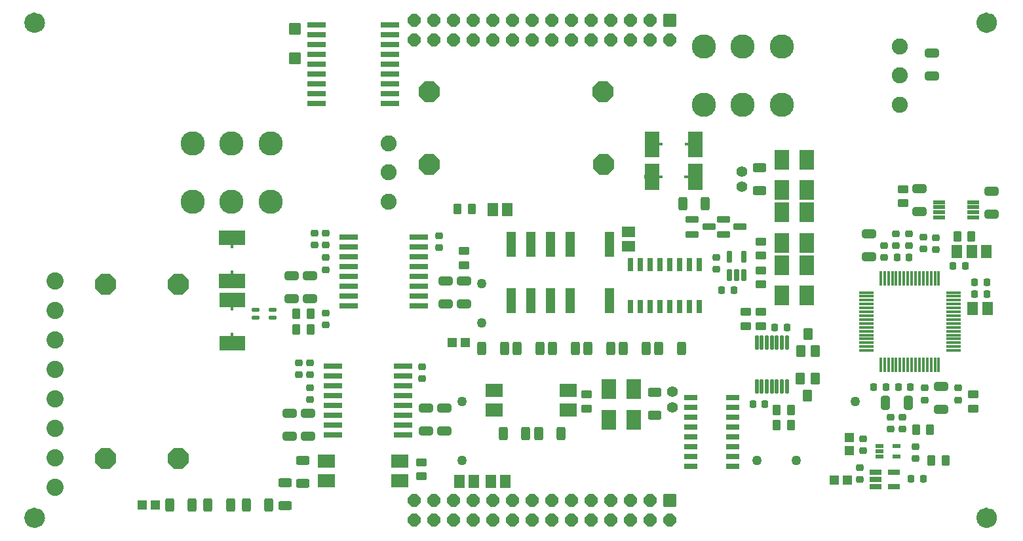
<source format=gbr>
%TF.GenerationSoftware,KiCad,Pcbnew,7.0.10-7.0.10~ubuntu22.04.1*%
%TF.CreationDate,2024-01-07T19:37:00+01:00*%
%TF.ProjectId,EEZ DIB AFE3,45455a20-4449-4422-9041-4645332e6b69,rev?*%
%TF.SameCoordinates,Original*%
%TF.FileFunction,Soldermask,Top*%
%TF.FilePolarity,Negative*%
%FSLAX46Y46*%
G04 Gerber Fmt 4.6, Leading zero omitted, Abs format (unit mm)*
G04 Created by KiCad (PCBNEW 7.0.10-7.0.10~ubuntu22.04.1) date 2024-01-07 19:37:00*
%MOMM*%
%LPD*%
G01*
G04 APERTURE LIST*
G04 Aperture macros list*
%AMRoundRect*
0 Rectangle with rounded corners*
0 $1 Rounding radius*
0 $2 $3 $4 $5 $6 $7 $8 $9 X,Y pos of 4 corners*
0 Add a 4 corners polygon primitive as box body*
4,1,4,$2,$3,$4,$5,$6,$7,$8,$9,$2,$3,0*
0 Add four circle primitives for the rounded corners*
1,1,$1+$1,$2,$3*
1,1,$1+$1,$4,$5*
1,1,$1+$1,$6,$7*
1,1,$1+$1,$8,$9*
0 Add four rect primitives between the rounded corners*
20,1,$1+$1,$2,$3,$4,$5,0*
20,1,$1+$1,$4,$5,$6,$7,0*
20,1,$1+$1,$6,$7,$8,$9,0*
20,1,$1+$1,$8,$9,$2,$3,0*%
%AMFreePoly0*
4,1,25,0.575031,1.328373,0.579933,1.323882,1.323882,0.579933,1.345910,0.532692,1.346200,0.526051,1.346200,-0.526051,1.328373,-0.575031,1.323882,-0.579933,0.579933,-1.323882,0.532692,-1.345910,0.526051,-1.346200,-0.526051,-1.346200,-0.575031,-1.328373,-0.579933,-1.323882,-1.323882,-0.579933,-1.345910,-0.532692,-1.346200,-0.526051,-1.346200,0.526051,-1.328373,0.575031,-1.323882,0.579933,
-0.579933,1.323882,-0.532692,1.345910,-0.526051,1.346200,0.526051,1.346200,0.575031,1.328373,0.575031,1.328373,$1*%
%AMFreePoly1*
4,1,17,0.355561,0.794901,0.794901,0.355561,0.813500,0.310660,0.813500,-0.310660,0.794901,-0.355561,0.355561,-0.794901,0.310660,-0.813500,-0.310660,-0.813500,-0.355561,-0.794901,-0.794901,-0.355561,-0.813500,-0.310660,-0.813500,0.310660,-0.794901,0.355561,-0.355561,0.794901,-0.310660,0.813500,0.310660,0.813500,0.355561,0.794901,0.355561,0.794901,$1*%
G04 Aperture macros list end*
%ADD10C,1.327913*%
%ADD11RoundRect,0.054591X0.859809X-1.240809X0.859809X1.240809X-0.859809X1.240809X-0.859809X-1.240809X0*%
%ADD12RoundRect,0.225000X-0.250000X0.225000X-0.250000X-0.225000X0.250000X-0.225000X0.250000X0.225000X0*%
%ADD13RoundRect,0.057252X0.506248X0.556248X-0.506248X0.556248X-0.506248X-0.556248X0.506248X-0.556248X0*%
%ADD14RoundRect,0.250000X0.650000X-0.325000X0.650000X0.325000X-0.650000X0.325000X-0.650000X-0.325000X0*%
%ADD15RoundRect,0.250000X-0.625000X0.312500X-0.625000X-0.312500X0.625000X-0.312500X0.625000X0.312500X0*%
%ADD16RoundRect,0.250000X0.262500X0.450000X-0.262500X0.450000X-0.262500X-0.450000X0.262500X-0.450000X0*%
%ADD17RoundRect,0.076200X0.444500X0.203200X-0.444500X0.203200X-0.444500X-0.203200X0.444500X-0.203200X0*%
%ADD18RoundRect,0.076200X0.889000X0.698500X-0.889000X0.698500X-0.889000X-0.698500X0.889000X-0.698500X0*%
%ADD19RoundRect,0.081280X0.629920X0.121920X-0.629920X0.121920X-0.629920X-0.121920X0.629920X-0.121920X0*%
%ADD20RoundRect,0.076200X-0.889000X-0.698500X0.889000X-0.698500X0.889000X0.698500X-0.889000X0.698500X0*%
%ADD21RoundRect,0.076200X-0.444500X-0.203200X0.444500X-0.203200X0.444500X0.203200X-0.444500X0.203200X0*%
%ADD22RoundRect,0.081280X-0.629920X-0.121920X0.629920X-0.121920X0.629920X0.121920X-0.629920X0.121920X0*%
%ADD23RoundRect,0.225000X-0.225000X-0.250000X0.225000X-0.250000X0.225000X0.250000X-0.225000X0.250000X0*%
%ADD24RoundRect,0.062345X-1.156855X-0.280555X1.156855X-0.280555X1.156855X0.280555X-1.156855X0.280555X0*%
%ADD25RoundRect,0.250000X0.450000X-0.262500X0.450000X0.262500X-0.450000X0.262500X-0.450000X-0.262500X0*%
%ADD26RoundRect,0.250000X-0.650000X0.325000X-0.650000X-0.325000X0.650000X-0.325000X0.650000X0.325000X0*%
%ADD27RoundRect,0.062345X1.144155X0.280555X-1.144155X0.280555X-1.144155X-0.280555X1.144155X-0.280555X0*%
%ADD28RoundRect,0.250000X0.312500X0.625000X-0.312500X0.625000X-0.312500X-0.625000X0.312500X-0.625000X0*%
%ADD29RoundRect,0.069275X-0.422425X-0.168825X0.422425X-0.168825X0.422425X0.168825X-0.422425X0.168825X0*%
%ADD30RoundRect,0.055408X-0.708092X0.708092X-0.708092X-0.708092X0.708092X-0.708092X0.708092X0.708092X0*%
%ADD31RoundRect,0.062345X-0.737755X-0.280555X0.737755X-0.280555X0.737755X0.280555X-0.737755X0.280555X0*%
%ADD32RoundRect,0.076200X0.203200X-0.444500X0.203200X0.444500X-0.203200X0.444500X-0.203200X-0.444500X0*%
%ADD33RoundRect,0.076200X0.698500X-0.889000X0.698500X0.889000X-0.698500X0.889000X-0.698500X-0.889000X0*%
%ADD34RoundRect,0.081280X0.121920X-0.629920X0.121920X0.629920X-0.121920X0.629920X-0.121920X-0.629920X0*%
%ADD35RoundRect,0.076200X-0.698500X0.889000X-0.698500X-0.889000X0.698500X-0.889000X0.698500X0.889000X0*%
%ADD36RoundRect,0.076200X-0.203200X0.444500X-0.203200X-0.444500X0.203200X-0.444500X0.203200X0.444500X0*%
%ADD37RoundRect,0.081280X-0.121920X0.629920X-0.121920X-0.629920X0.121920X-0.629920X0.121920X0.629920X0*%
%ADD38RoundRect,0.225000X0.225000X0.250000X-0.225000X0.250000X-0.225000X-0.250000X0.225000X-0.250000X0*%
%ADD39RoundRect,0.508000X0.000000X0.000000X0.000000X0.000000X0.000000X0.000000X0.000000X0.000000X0*%
%ADD40RoundRect,0.054832X1.008668X-0.808668X1.008668X0.808668X-1.008668X0.808668X-1.008668X-0.808668X0*%
%ADD41RoundRect,0.054832X-1.008668X0.808668X-1.008668X-0.808668X1.008668X-0.808668X1.008668X0.808668X0*%
%ADD42C,1.397000*%
%ADD43RoundRect,0.061383X-0.776817X-0.306917X0.776817X-0.306917X0.776817X0.306917X-0.776817X0.306917X0*%
%ADD44RoundRect,0.054591X-0.859809X1.240809X-0.859809X-1.240809X0.859809X-1.240809X0.859809X1.240809X0*%
%ADD45RoundRect,0.250000X-0.450000X0.262500X-0.450000X-0.262500X0.450000X-0.262500X0.450000X0.262500X0*%
%ADD46RoundRect,0.225000X0.250000X-0.225000X0.250000X0.225000X-0.250000X0.225000X-0.250000X-0.225000X0*%
%ADD47C,1.270000*%
%ADD48RoundRect,0.250000X0.625000X-0.312500X0.625000X0.312500X-0.625000X0.312500X-0.625000X-0.312500X0*%
%ADD49C,3.127000*%
%ADD50C,2.077000*%
%ADD51RoundRect,0.055763X0.657737X0.757737X-0.657737X0.757737X-0.657737X-0.757737X0.657737X-0.757737X0*%
%ADD52RoundRect,0.250000X-0.325000X-0.650000X0.325000X-0.650000X0.325000X0.650000X-0.325000X0.650000X0*%
%ADD53RoundRect,0.057252X-0.506248X1.586248X-0.506248X-1.586248X0.506248X-1.586248X0.506248X1.586248X0*%
%ADD54FreePoly0,270.000000*%
%ADD55RoundRect,0.250000X-0.262500X-0.450000X0.262500X-0.450000X0.262500X0.450000X-0.262500X0.450000X0*%
%ADD56C,2.227000*%
%ADD57RoundRect,0.057252X0.506248X0.706248X-0.506248X0.706248X-0.506248X-0.706248X0.506248X-0.706248X0*%
%ADD58RoundRect,0.065741X0.677209X0.213659X-0.677209X0.213659X-0.677209X-0.213659X0.677209X-0.213659X0*%
%ADD59RoundRect,0.071581X-0.753919X-0.322119X0.753919X-0.322119X0.753919X0.322119X-0.753919X0.322119X0*%
%ADD60RoundRect,0.062345X0.280555X-0.661555X0.280555X0.661555X-0.280555X0.661555X-0.280555X-0.661555X0*%
%ADD61RoundRect,0.057252X-0.556248X0.506248X-0.556248X-0.506248X0.556248X-0.506248X0.556248X0.506248X0*%
%ADD62FreePoly0,0.000000*%
%ADD63RoundRect,0.250000X-0.312500X-0.625000X0.312500X-0.625000X0.312500X0.625000X-0.312500X0.625000X0*%
%ADD64RoundRect,0.068943X0.172357X-0.832757X0.172357X0.832757X-0.172357X0.832757X-0.172357X-0.832757X0*%
%ADD65RoundRect,0.073891X-0.821459X0.129309X-0.821459X-0.129309X0.821459X-0.129309X0.821459X0.129309X0*%
%ADD66RoundRect,0.073891X0.129309X0.821459X-0.129309X0.821459X-0.129309X-0.821459X0.129309X-0.821459X0*%
%ADD67RoundRect,0.055763X0.757737X-0.657737X0.757737X0.657737X-0.757737X0.657737X-0.757737X-0.657737X0*%
%ADD68RoundRect,0.061383X0.306917X-0.776817X0.306917X0.776817X-0.306917X0.776817X-0.306917X-0.776817X0*%
%ADD69RoundRect,0.057252X-0.506248X-0.706248X0.506248X-0.706248X0.506248X0.706248X-0.506248X0.706248X0*%
%ADD70RoundRect,0.066929X0.421571X-0.196571X0.421571X0.196571X-0.421571X0.196571X-0.421571X-0.196571X0*%
%ADD71FreePoly0,180.000000*%
%ADD72RoundRect,0.055763X-0.657737X-0.757737X0.657737X-0.757737X0.657737X0.757737X-0.657737X0.757737X0*%
%ADD73RoundRect,0.063500X0.750000X0.750000X-0.750000X0.750000X-0.750000X-0.750000X0.750000X-0.750000X0*%
%ADD74FreePoly1,180.000000*%
G04 APERTURE END LIST*
%TO.C,FM3*%
D10*
X210663956Y-137000000D02*
G75*
G03*
X209336044Y-137000000I-663956J0D01*
G01*
X209336044Y-137000000D02*
G75*
G03*
X210663956Y-137000000I663956J0D01*
G01*
%TO.C,FM1*%
X87663956Y-137000000D02*
G75*
G03*
X86336044Y-137000000I-663956J0D01*
G01*
X86336044Y-137000000D02*
G75*
G03*
X87663956Y-137000000I663956J0D01*
G01*
%TO.C,FM2*%
X210663956Y-73000000D02*
G75*
G03*
X209336044Y-73000000I-663956J0D01*
G01*
X209336044Y-73000000D02*
G75*
G03*
X210663956Y-73000000I663956J0D01*
G01*
%TO.C,FM4*%
X87663956Y-73000000D02*
G75*
G03*
X86336044Y-73000000I-663956J0D01*
G01*
X86336044Y-73000000D02*
G75*
G03*
X87663956Y-73000000I663956J0D01*
G01*
%TD*%
D11*
%TO.C,D4*%
X183543700Y-90679400D03*
X183543700Y-94641800D03*
%TD*%
%TO.C,D8*%
X186782200Y-104319200D03*
X186782200Y-108281600D03*
%TD*%
D12*
%TO.C,C2*%
X121094500Y-116942700D03*
X121094500Y-118492700D03*
%TD*%
D13*
%TO.C,L5*%
X192013700Y-132106800D03*
X190313700Y-132106800D03*
%TD*%
D14*
%TO.C,C22*%
X202936600Y-79898900D03*
X202936600Y-76948900D03*
%TD*%
D15*
%TO.C,R27*%
X180622700Y-91756900D03*
X180622700Y-94681900D03*
%TD*%
D16*
%TO.C,R6*%
X122645300Y-112612300D03*
X120820300Y-112612300D03*
%TD*%
D17*
%TO.C,R29*%
X172780450Y-92914600D03*
D18*
X172335600Y-93814600D03*
X172335600Y-92014600D03*
D19*
X171635600Y-92914600D03*
D20*
X166735600Y-93814600D03*
X166735600Y-92014600D03*
D21*
X166290750Y-92914600D03*
D22*
X167435600Y-92914600D03*
%TD*%
D21*
%TO.C,R30*%
X166303450Y-88723600D03*
D20*
X166748300Y-87823600D03*
X166748300Y-89623600D03*
D22*
X167448300Y-88723600D03*
D18*
X172348300Y-87823600D03*
X172348300Y-89623600D03*
D17*
X172793150Y-88723600D03*
D19*
X171648300Y-88723600D03*
%TD*%
D23*
%TO.C,C21*%
X175771000Y-107595800D03*
X177321000Y-107595800D03*
%TD*%
D13*
%TO.C,L3*%
X142674200Y-114339500D03*
X140974200Y-114339500D03*
%TD*%
D24*
%TO.C,IC1*%
X125542800Y-117374800D03*
X125542800Y-118644800D03*
X125542800Y-119914800D03*
X125542800Y-121184800D03*
X125542800Y-122454800D03*
X125542800Y-123724800D03*
X125542800Y-124994800D03*
X125542800Y-126264800D03*
X134585200Y-126264800D03*
X134585200Y-124994800D03*
X134585200Y-123724800D03*
X134585200Y-122454800D03*
X134585200Y-121184800D03*
X134585200Y-119914800D03*
X134585200Y-118644800D03*
X134585200Y-117374800D03*
%TD*%
D16*
%TO.C,R5*%
X122645300Y-110643800D03*
X120820300Y-110643800D03*
%TD*%
D25*
%TO.C,R25*%
X180825900Y-112191300D03*
X180825900Y-110366300D03*
%TD*%
D26*
%TO.C,C14*%
X137544300Y-122808600D03*
X137544300Y-125758600D03*
%TD*%
D27*
%TO.C,IC3*%
X132870700Y-83478500D03*
X132870700Y-82208500D03*
X132870700Y-80938500D03*
X132870700Y-79668500D03*
X132870700Y-78398500D03*
X132870700Y-77128500D03*
X132870700Y-75858500D03*
X132870700Y-74588500D03*
X132870700Y-73318500D03*
X123396500Y-73318500D03*
X123396500Y-74588500D03*
X123396500Y-75858500D03*
X123396500Y-77128500D03*
X123396500Y-78398500D03*
X123396500Y-79668500D03*
X123396500Y-80938500D03*
X123396500Y-82208500D03*
X123396500Y-83478500D03*
%TD*%
D12*
%TO.C,C32*%
X201793600Y-100724800D03*
X201793600Y-102274800D03*
%TD*%
D28*
%TO.C,R21*%
X155021500Y-126087000D03*
X152096500Y-126087000D03*
%TD*%
D29*
%TO.C,L1*%
X115571300Y-110117000D03*
X117727700Y-110117000D03*
X117727700Y-111117000D03*
X115571300Y-111117000D03*
%TD*%
D12*
%TO.C,C7*%
X122596400Y-120143100D03*
X122596400Y-121693100D03*
%TD*%
D30*
%TO.C,ZD1*%
X120602500Y-77593400D03*
X120602500Y-73793400D03*
%TD*%
D16*
%TO.C,R34*%
X204661900Y-129541400D03*
X202836900Y-129541400D03*
%TD*%
D31*
%TO.C,IC11*%
X195621400Y-131067900D03*
X195621400Y-132017900D03*
X195621400Y-132967900D03*
X198009000Y-132967900D03*
X198009000Y-131067900D03*
%TD*%
D14*
%TO.C,C42*%
X210645500Y-97717000D03*
X210645500Y-94767000D03*
%TD*%
D32*
%TO.C,R1*%
X112499900Y-106840150D03*
D33*
X111599900Y-106395300D03*
X113399900Y-106395300D03*
D34*
X112499900Y-105695300D03*
D35*
X111599900Y-100795300D03*
X113399900Y-100795300D03*
D36*
X112499900Y-100350450D03*
D37*
X112499900Y-101495300D03*
%TD*%
D38*
%TO.C,C40*%
X210007500Y-108091100D03*
X208457500Y-108091100D03*
%TD*%
D24*
%TO.C,IC2*%
X127574800Y-100699700D03*
X127574800Y-101969700D03*
X127574800Y-103239700D03*
X127574800Y-104509700D03*
X127574800Y-105779700D03*
X127574800Y-107049700D03*
X127574800Y-108319700D03*
X127574800Y-109589700D03*
X136617200Y-109589700D03*
X136617200Y-108319700D03*
X136617200Y-107049700D03*
X136617200Y-105779700D03*
X136617200Y-104509700D03*
X136617200Y-103239700D03*
X136617200Y-101969700D03*
X136617200Y-100699700D03*
%TD*%
D23*
%TO.C,C18*%
X179796900Y-122327800D03*
X181346900Y-122327800D03*
%TD*%
D28*
%TO.C,R9*%
X117251700Y-135358000D03*
X114326700Y-135358000D03*
%TD*%
D39*
%TO.C,FM3*%
X210000000Y-137000000D03*
%TD*%
D16*
%TO.C,R23*%
X184681500Y-125031500D03*
X182856500Y-125031500D03*
%TD*%
D28*
%TO.C,R17*%
X161419000Y-115101500D03*
X158494000Y-115101500D03*
%TD*%
D40*
%TO.C,OK1*%
X134186300Y-132221100D03*
X134186300Y-129681100D03*
D41*
X124646300Y-129681100D03*
X124646300Y-132221100D03*
%TD*%
D23*
%TO.C,C36*%
X198605600Y-120105300D03*
X200155600Y-120105300D03*
%TD*%
D42*
%TO.C,JP6*%
X178362100Y-92206700D03*
X178362100Y-94206700D03*
%TD*%
D43*
%TO.C,IC4*%
X171770800Y-121451500D03*
X171770800Y-122721500D03*
X171770800Y-123991500D03*
X171770800Y-125261500D03*
X171770800Y-126531500D03*
X171770800Y-127801500D03*
X171770800Y-129071500D03*
X171770800Y-130341500D03*
X177155600Y-130341500D03*
X177155600Y-129071500D03*
X177155600Y-127801500D03*
X177155600Y-126531500D03*
X177155600Y-125261500D03*
X177155600Y-123991500D03*
X177155600Y-122721500D03*
X177155600Y-121451500D03*
%TD*%
D44*
%TO.C,D5*%
X186782200Y-94641800D03*
X186782200Y-90679400D03*
%TD*%
D45*
%TO.C,R24*%
X178857400Y-110366300D03*
X178857400Y-112191300D03*
%TD*%
D46*
%TO.C,C31*%
X201971400Y-121769300D03*
X201971400Y-120219300D03*
%TD*%
D12*
%TO.C,C3*%
X123126500Y-100166000D03*
X123126500Y-101716000D03*
%TD*%
D47*
%TO.C,TP2*%
X180340000Y-129540000D03*
%TD*%
D28*
%TO.C,R20*%
X170563000Y-115101500D03*
X167638000Y-115101500D03*
%TD*%
D47*
%TO.C,TP1*%
X193040000Y-121920000D03*
%TD*%
D44*
%TO.C,D9*%
X183543700Y-101449000D03*
X183543700Y-97486600D03*
%TD*%
D26*
%TO.C,C15*%
X140084300Y-106387500D03*
X140084300Y-109337500D03*
%TD*%
D12*
%TO.C,C6*%
X122596400Y-116942700D03*
X122596400Y-118492700D03*
%TD*%
D48*
%TO.C,R13*%
X167109900Y-123714100D03*
X167109900Y-120789100D03*
%TD*%
D49*
%TO.C,ISEL10A_1*%
X112422300Y-96135800D03*
X117462300Y-96135800D03*
X107382300Y-96135800D03*
X112422300Y-88575800D03*
X117462300Y-88575800D03*
X107382300Y-88575800D03*
D50*
X132752300Y-88575800D03*
X132752300Y-96135800D03*
X132752300Y-92355800D03*
%TD*%
D51*
%TO.C,JP2*%
X143761500Y-132270500D03*
X141861500Y-132270500D03*
%TD*%
D52*
%TO.C,C37*%
X196889600Y-122137300D03*
X199839600Y-122137300D03*
%TD*%
D14*
%TO.C,C38*%
X201349100Y-97412200D03*
X201349100Y-94462200D03*
%TD*%
D46*
%TO.C,C33*%
X206289400Y-121769300D03*
X206289400Y-120219300D03*
%TD*%
D53*
%TO.C,ISEL1A_1*%
X161242500Y-101677100D03*
X156162500Y-101677100D03*
X153622500Y-101677100D03*
X151082500Y-101677100D03*
X148542500Y-101677100D03*
X148542500Y-108917100D03*
X151082500Y-108917100D03*
X153622500Y-108917100D03*
X156162500Y-108917100D03*
X161242500Y-108917100D03*
%TD*%
D49*
%TO.C,ISEL10A_2*%
X178475000Y-83600900D03*
X183515000Y-83600900D03*
X173435000Y-83600900D03*
X178475000Y-76040900D03*
X183515000Y-76040900D03*
X173435000Y-76040900D03*
D50*
X198805000Y-76040900D03*
X198805000Y-83600900D03*
X198805000Y-79820900D03*
%TD*%
D46*
%TO.C,C44*%
X200790300Y-129325800D03*
X200790300Y-127775800D03*
%TD*%
D45*
%TO.C,R31*%
X180787800Y-105005500D03*
X180787800Y-106830500D03*
%TD*%
D26*
%TO.C,C11*%
X120183400Y-105714400D03*
X120183400Y-108664400D03*
%TD*%
D16*
%TO.C,R11*%
X143460600Y-97092900D03*
X141635600Y-97092900D03*
%TD*%
D42*
%TO.C,JP5*%
X169357800Y-122705500D03*
X169357800Y-120705500D03*
%TD*%
D44*
%TO.C,D6*%
X183543700Y-108281600D03*
X183543700Y-104319200D03*
%TD*%
D39*
%TO.C,FM1*%
X87000000Y-137000000D03*
%TD*%
D54*
%TO.C,F3*%
X160465600Y-91313000D03*
X137965600Y-91313000D03*
%TD*%
D11*
%TO.C,D7*%
X186782200Y-97486600D03*
X186782200Y-101449000D03*
%TD*%
D28*
%TO.C,R16*%
X156847000Y-115101500D03*
X153922000Y-115101500D03*
%TD*%
D38*
%TO.C,C46*%
X201781200Y-131967100D03*
X200231200Y-131967100D03*
%TD*%
D55*
%TO.C,R22*%
X182856500Y-123091700D03*
X184681500Y-123091700D03*
%TD*%
D25*
%TO.C,R4*%
X136947400Y-131622300D03*
X136947400Y-129797300D03*
%TD*%
D55*
%TO.C,R37*%
X206189700Y-100585400D03*
X208014700Y-100585400D03*
%TD*%
D46*
%TO.C,C20*%
X175034700Y-104891000D03*
X175034700Y-103341000D03*
%TD*%
D16*
%TO.C,R33*%
X202693400Y-125591700D03*
X200868400Y-125591700D03*
%TD*%
D46*
%TO.C,C23*%
X198250300Y-101804900D03*
X198250300Y-100254900D03*
%TD*%
D45*
%TO.C,R35*%
X199190100Y-94516700D03*
X199190100Y-96341700D03*
%TD*%
D56*
%TO.C,X3*%
X89600000Y-133085000D03*
X89600000Y-129275000D03*
X89600000Y-125465000D03*
X89600000Y-121655000D03*
X89600000Y-117845000D03*
X89600000Y-114035000D03*
X89600000Y-110225000D03*
X89600000Y-106415000D03*
%TD*%
D47*
%TO.C,GND1*%
X185420000Y-129540000D03*
%TD*%
D46*
%TO.C,C45*%
X193640200Y-132030900D03*
X193640200Y-130480900D03*
%TD*%
D57*
%TO.C,D3*%
X187821100Y-119030700D03*
X185921100Y-119030700D03*
X186871100Y-121230700D03*
%TD*%
D58*
%TO.C,IC9*%
X208276950Y-98144100D03*
X208276950Y-97494100D03*
X208276950Y-96844100D03*
X208276950Y-96194100D03*
X203819250Y-96194100D03*
X203819250Y-96844100D03*
X203819250Y-97494100D03*
X203819250Y-98144100D03*
%TD*%
D45*
%TO.C,R12*%
X142446500Y-102505000D03*
X142446500Y-104330000D03*
%TD*%
D59*
%TO.C,Q1*%
X175958500Y-98401000D03*
X175958500Y-100331400D03*
X178117500Y-99366200D03*
%TD*%
D28*
%TO.C,R18*%
X165991000Y-115101500D03*
X163066000Y-115101500D03*
%TD*%
D14*
%TO.C,C30*%
X194818000Y-103265500D03*
X194818000Y-100315500D03*
%TD*%
D60*
%TO.C,IC7*%
X176751700Y-105601900D03*
X177701700Y-105601900D03*
X178651700Y-105601900D03*
X178651700Y-103214300D03*
X176751700Y-103214300D03*
%TD*%
D44*
%TO.C,D1*%
X161163000Y-124334400D03*
X161163000Y-120372000D03*
%TD*%
D28*
%TO.C,R14*%
X147680900Y-115101500D03*
X144755900Y-115101500D03*
%TD*%
D14*
%TO.C,C34*%
X204130400Y-122977300D03*
X204130400Y-120027300D03*
%TD*%
D61*
%TO.C,L4*%
X192230500Y-126646700D03*
X192230500Y-128346700D03*
%TD*%
D46*
%TO.C,C25*%
X199136000Y-125552500D03*
X199136000Y-124002500D03*
%TD*%
D12*
%TO.C,C9*%
X124628400Y-103366400D03*
X124628400Y-104916400D03*
%TD*%
D62*
%TO.C,F1*%
X96139000Y-106807000D03*
X96139000Y-129307000D03*
%TD*%
D28*
%TO.C,R7*%
X107358400Y-135358000D03*
X104433400Y-135358000D03*
%TD*%
D63*
%TO.C,R28*%
X170714700Y-96419800D03*
X173639700Y-96419800D03*
%TD*%
D39*
%TO.C,FM2*%
X210000000Y-73000000D03*
%TD*%
D12*
%TO.C,C26*%
X203390500Y-100761500D03*
X203390500Y-102311500D03*
%TD*%
D26*
%TO.C,C5*%
X122532900Y-105714400D03*
X122532900Y-108664400D03*
%TD*%
D39*
%TO.C,FM4*%
X87000000Y-73000000D03*
%TD*%
D51*
%TO.C,JP7*%
X210096900Y-109945300D03*
X208196900Y-109945300D03*
%TD*%
D38*
%TO.C,C41*%
X207204100Y-104408100D03*
X205654100Y-104408100D03*
%TD*%
D51*
%TO.C,JP8*%
X208054700Y-102566600D03*
X206154700Y-102566600D03*
X209954700Y-102566600D03*
%TD*%
D26*
%TO.C,C17*%
X142433800Y-106387500D03*
X142433800Y-109337500D03*
%TD*%
D64*
%TO.C,IC5*%
X180285600Y-120016400D03*
X180935600Y-120016400D03*
X181585600Y-120016400D03*
X182235600Y-120016400D03*
X182885600Y-120016400D03*
X183535600Y-120016400D03*
X184185600Y-120016400D03*
X184185600Y-114377600D03*
X183535600Y-114377600D03*
X182885600Y-114377600D03*
X182235600Y-114377600D03*
X181585600Y-114377600D03*
X180935600Y-114377600D03*
X180285600Y-114377600D03*
%TD*%
D25*
%TO.C,R32*%
X180800500Y-103110800D03*
X180800500Y-101285800D03*
%TD*%
D65*
%TO.C,IC8*%
X194433950Y-107871700D03*
X194433950Y-108371700D03*
X194433950Y-108871700D03*
X194433950Y-109371700D03*
X194433950Y-109871700D03*
X194433950Y-110371700D03*
X194433950Y-110871700D03*
X194433950Y-111371700D03*
X194433950Y-111871700D03*
X194433950Y-112371700D03*
X194433950Y-112871700D03*
X194433950Y-113371700D03*
X194433950Y-113871700D03*
X194433950Y-114371700D03*
X194433950Y-114871700D03*
X194433950Y-115371700D03*
D66*
X196303700Y-117241450D03*
X196803700Y-117241450D03*
X197303700Y-117241450D03*
X197803700Y-117241450D03*
X198303700Y-117241450D03*
X198803700Y-117241450D03*
X199303700Y-117241450D03*
X199803700Y-117241450D03*
X200303700Y-117241450D03*
X200803700Y-117241450D03*
X201303700Y-117241450D03*
X201803700Y-117241450D03*
X202303700Y-117241450D03*
X202803700Y-117241450D03*
X203303700Y-117241450D03*
X203803700Y-117241450D03*
D65*
X205673450Y-115371700D03*
X205673450Y-114871700D03*
X205673450Y-114371700D03*
X205673450Y-113871700D03*
X205673450Y-113371700D03*
X205673450Y-112871700D03*
X205673450Y-112371700D03*
X205673450Y-111871700D03*
X205673450Y-111371700D03*
X205673450Y-110871700D03*
X205673450Y-110371700D03*
X205673450Y-109871700D03*
X205673450Y-109371700D03*
X205673450Y-108871700D03*
X205673450Y-108371700D03*
X205673450Y-107871700D03*
D66*
X203803700Y-106001950D03*
X203303700Y-106001950D03*
X202803700Y-106001950D03*
X202303700Y-106001950D03*
X201803700Y-106001950D03*
X201303700Y-106001950D03*
X200803700Y-106001950D03*
X200303700Y-106001950D03*
X199803700Y-106001950D03*
X199303700Y-106001950D03*
X198803700Y-106001950D03*
X198303700Y-106001950D03*
X197803700Y-106001950D03*
X197303700Y-106001950D03*
X196803700Y-106001950D03*
X196303700Y-106001950D03*
%TD*%
D67*
%TO.C,JP3*%
X163757100Y-101929100D03*
X163757100Y-100029100D03*
%TD*%
D12*
%TO.C,C13*%
X139246100Y-100534300D03*
X139246100Y-102084300D03*
%TD*%
%TO.C,C8*%
X124628400Y-100166000D03*
X124628400Y-101716000D03*
%TD*%
D54*
%TO.C,F4*%
X160452900Y-81916400D03*
X137952900Y-81916400D03*
%TD*%
D12*
%TO.C,C27*%
X197612000Y-124002500D03*
X197612000Y-125552500D03*
%TD*%
D59*
%TO.C,Q2*%
X171974000Y-98401000D03*
X171974000Y-100331400D03*
X174133000Y-99366200D03*
%TD*%
D45*
%TO.C,R36*%
X208257900Y-121034300D03*
X208257900Y-122859300D03*
%TD*%
D68*
%TO.C,IC6*%
X163998400Y-109665900D03*
X165268400Y-109665900D03*
X166538400Y-109665900D03*
X167808400Y-109665900D03*
X169078400Y-109665900D03*
X170348400Y-109665900D03*
X171618400Y-109665900D03*
X172888400Y-109665900D03*
X172888400Y-104281100D03*
X171618400Y-104281100D03*
X170348400Y-104281100D03*
X169078400Y-104281100D03*
X167808400Y-104281100D03*
X166538400Y-104281100D03*
X165268400Y-104281100D03*
X163998400Y-104281100D03*
%TD*%
D38*
%TO.C,C19*%
X184191700Y-112396400D03*
X182641700Y-112396400D03*
%TD*%
D26*
%TO.C,C4*%
X122278900Y-123519800D03*
X122278900Y-126469800D03*
%TD*%
D69*
%TO.C,D10*%
X185946500Y-115477600D03*
X187846500Y-115477600D03*
X186896500Y-113277600D03*
%TD*%
D12*
%TO.C,C43*%
X194056000Y-126796500D03*
X194056000Y-128346500D03*
%TD*%
D13*
%TO.C,L2*%
X102593000Y-135358000D03*
X100893000Y-135358000D03*
%TD*%
D28*
%TO.C,R15*%
X152275000Y-115101500D03*
X149350000Y-115101500D03*
%TD*%
D23*
%TO.C,C28*%
X198440500Y-103314500D03*
X199990500Y-103314500D03*
%TD*%
D26*
%TO.C,C16*%
X139893800Y-122808600D03*
X139893800Y-125758600D03*
%TD*%
D46*
%TO.C,C35*%
X199952100Y-101804900D03*
X199952100Y-100254900D03*
%TD*%
D38*
%TO.C,C24*%
X196955200Y-120105300D03*
X195405200Y-120105300D03*
%TD*%
D70*
%TO.C,IC10*%
X196109300Y-127735700D03*
X196109300Y-128385700D03*
X196109300Y-129035700D03*
X198359300Y-129035700D03*
X198359300Y-127735700D03*
%TD*%
D23*
%TO.C,C39*%
X208457500Y-106553000D03*
X210007500Y-106553000D03*
%TD*%
D28*
%TO.C,R8*%
X112298700Y-135358000D03*
X109373700Y-135358000D03*
%TD*%
D46*
%TO.C,C29*%
X196723000Y-103327500D03*
X196723000Y-101777500D03*
%TD*%
D40*
%TO.C,OK2*%
X155890600Y-123089800D03*
X155890600Y-120549800D03*
D41*
X146350600Y-120549800D03*
X146350600Y-123089800D03*
%TD*%
D11*
%TO.C,D2*%
X164392100Y-120372000D03*
X164392100Y-124334400D03*
%TD*%
D71*
%TO.C,F2*%
X105578400Y-129323300D03*
X105578400Y-106823300D03*
%TD*%
D72*
%TO.C,JP4*%
X145928800Y-132259200D03*
X147828800Y-132259200D03*
%TD*%
D26*
%TO.C,C10*%
X119929400Y-123519800D03*
X119929400Y-126469800D03*
%TD*%
D48*
%TO.C,R3*%
X121605800Y-132515200D03*
X121605800Y-129590200D03*
%TD*%
D15*
%TO.C,R10*%
X119316500Y-132473100D03*
X119316500Y-135398100D03*
%TD*%
D51*
%TO.C,JP1*%
X148095500Y-97118300D03*
X146195500Y-97118300D03*
%TD*%
D28*
%TO.C,R19*%
X150433500Y-126087000D03*
X147508500Y-126087000D03*
%TD*%
D12*
%TO.C,C12*%
X137061700Y-117450700D03*
X137061700Y-119000700D03*
%TD*%
D32*
%TO.C,R2*%
X112511000Y-114883850D03*
D33*
X111611000Y-114439000D03*
X113411000Y-114439000D03*
D34*
X112511000Y-113739000D03*
D35*
X111611000Y-108839000D03*
X113411000Y-108839000D03*
D36*
X112511000Y-108394150D03*
D37*
X112511000Y-109539000D03*
%TD*%
D12*
%TO.C,C1*%
X124564900Y-110491100D03*
X124564900Y-112041100D03*
%TD*%
D45*
%TO.C,R26*%
X158296100Y-121047000D03*
X158296100Y-122872000D03*
%TD*%
D47*
%TO.C,IN1N1*%
X142240000Y-129540000D03*
%TD*%
D73*
%TO.C,X2*%
X169020000Y-72713600D03*
D74*
X169020000Y-75253600D03*
X166480000Y-72713600D03*
X166480000Y-75253600D03*
X163940000Y-72713600D03*
X163940000Y-75253600D03*
X161400000Y-72713600D03*
X161400000Y-75253600D03*
X158860000Y-72713600D03*
X158860000Y-75253600D03*
X156320000Y-72713600D03*
X156320000Y-75253600D03*
X153780000Y-72713600D03*
X153780000Y-75253600D03*
X151240000Y-72713600D03*
X151240000Y-75253600D03*
X148700000Y-72713600D03*
X148700000Y-75253600D03*
X146160000Y-72713600D03*
X146160000Y-75253600D03*
X143620000Y-72713600D03*
X143620000Y-75253600D03*
X141080000Y-72713600D03*
X141080000Y-75253600D03*
X138540000Y-72713600D03*
X138540000Y-75253600D03*
X136000000Y-72713600D03*
X136000000Y-75253600D03*
%TD*%
D47*
%TO.C,IN1P1*%
X142240000Y-121920000D03*
%TD*%
%TO.C,IN2N1*%
X144780000Y-106680000D03*
%TD*%
%TO.C,IN2P1*%
X144780000Y-111760000D03*
%TD*%
D73*
%TO.C,X1*%
X169020000Y-134753600D03*
D74*
X169020000Y-137293600D03*
X166480000Y-134753600D03*
X166480000Y-137293600D03*
X163940000Y-134753600D03*
X163940000Y-137293600D03*
X161400000Y-134753600D03*
X161400000Y-137293600D03*
X158860000Y-134753600D03*
X158860000Y-137293600D03*
X156320000Y-134753600D03*
X156320000Y-137293600D03*
X153780000Y-134753600D03*
X153780000Y-137293600D03*
X151240000Y-134753600D03*
X151240000Y-137293600D03*
X148700000Y-134753600D03*
X148700000Y-137293600D03*
X146160000Y-134753600D03*
X146160000Y-137293600D03*
X143620000Y-134753600D03*
X143620000Y-137293600D03*
X141080000Y-134753600D03*
X141080000Y-137293600D03*
X138540000Y-134753600D03*
X138540000Y-137293600D03*
X136000000Y-134753600D03*
X136000000Y-137293600D03*
%TD*%
M02*

</source>
